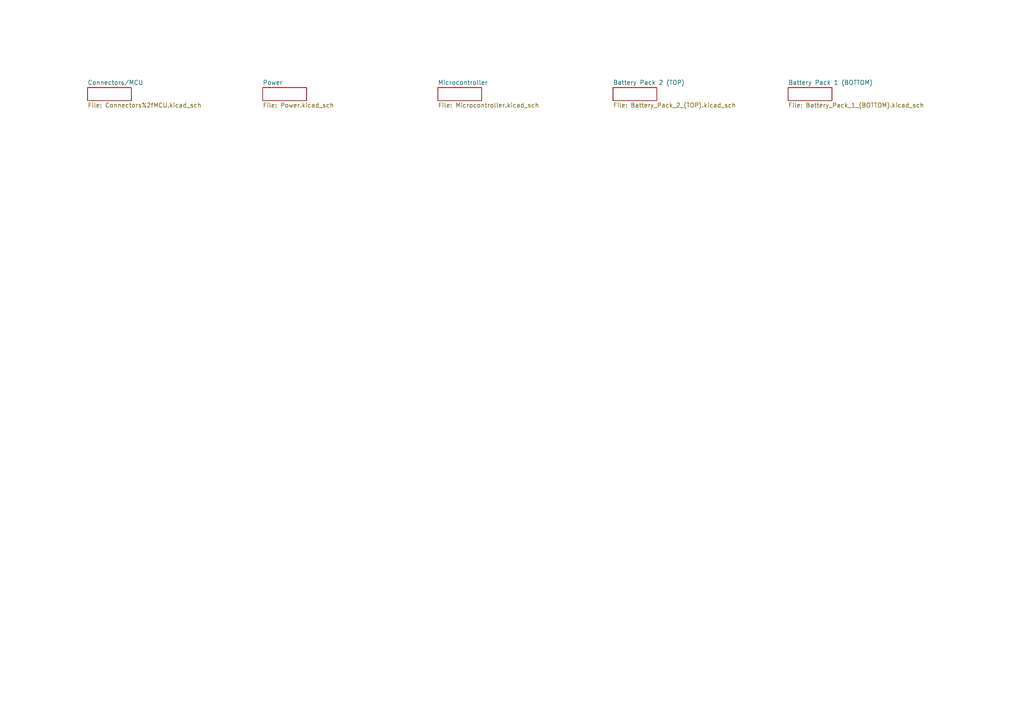
<source format=kicad_sch>
(kicad_sch (version 20211123) (generator eeschema)
  (paper "A4")
  (lib_symbols)
  (sheet (at 228.6 25.4) (size 12.7 3.81)
    (property "Sheet name" "Battery Pack 1 (BOTTOM)" (at 228.6 24.6884 0) (effects (justify left bottom)))
    (property "Sheet file" "Battery_Pack_1_(BOTTOM).kicad_sch" (at 228.6 29.7946 0) (effects (justify left top)))
  )
  (sheet (at 127 25.4) (size 12.7 3.81)
    (property "Sheet name" "Microcontroller" (at 127 24.6884 0) (effects (justify left bottom)))
    (property "Sheet file" "Microcontroller.kicad_sch" (at 127 29.7946 0) (effects (justify left top)))
  )
  (sheet (at 25.4 25.4) (size 12.7 3.81)
    (property "Sheet name" "Connectors/MCU" (at 25.4 24.6884 0) (effects (justify left bottom)))
    (property "Sheet file" "Connectors%2fMCU.kicad_sch" (at 25.4 29.7946 0) (effects (justify left top)))
  )
  (sheet (at 177.8 25.4) (size 12.7 3.81)
    (property "Sheet name" "Battery Pack 2 (TOP)" (at 177.8 24.6884 0) (effects (justify left bottom)))
    (property "Sheet file" "Battery_Pack_2_(TOP).kicad_sch" (at 177.8 29.7946 0) (effects (justify left top)))
  )
  (sheet (at 76.2 25.4) (size 12.7 3.81)
    (property "Sheet name" "Power" (at 76.2 24.6884 0) (effects (justify left bottom)))
    (property "Sheet file" "Power.kicad_sch" (at 76.2 29.7946 0) (effects (justify left top)))
  )
)
</source>
